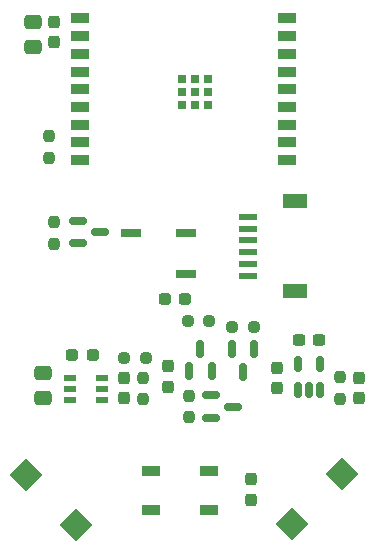
<source format=gbr>
%TF.GenerationSoftware,KiCad,Pcbnew,8.0.2*%
%TF.CreationDate,2024-07-05T22:45:23+08:00*%
%TF.ProjectId,controller,636f6e74-726f-46c6-9c65-722e6b696361,rev?*%
%TF.SameCoordinates,Original*%
%TF.FileFunction,Paste,Top*%
%TF.FilePolarity,Positive*%
%FSLAX46Y46*%
G04 Gerber Fmt 4.6, Leading zero omitted, Abs format (unit mm)*
G04 Created by KiCad (PCBNEW 8.0.2) date 2024-07-05 22:45:23*
%MOMM*%
%LPD*%
G01*
G04 APERTURE LIST*
G04 Aperture macros list*
%AMRoundRect*
0 Rectangle with rounded corners*
0 $1 Rounding radius*
0 $2 $3 $4 $5 $6 $7 $8 $9 X,Y pos of 4 corners*
0 Add a 4 corners polygon primitive as box body*
4,1,4,$2,$3,$4,$5,$6,$7,$8,$9,$2,$3,0*
0 Add four circle primitives for the rounded corners*
1,1,$1+$1,$2,$3*
1,1,$1+$1,$4,$5*
1,1,$1+$1,$6,$7*
1,1,$1+$1,$8,$9*
0 Add four rect primitives between the rounded corners*
20,1,$1+$1,$2,$3,$4,$5,0*
20,1,$1+$1,$4,$5,$6,$7,0*
20,1,$1+$1,$6,$7,$8,$9,0*
20,1,$1+$1,$8,$9,$2,$3,0*%
%AMRotRect*
0 Rectangle, with rotation*
0 The origin of the aperture is its center*
0 $1 length*
0 $2 width*
0 $3 Rotation angle, in degrees counterclockwise*
0 Add horizontal line*
21,1,$1,$2,0,0,$3*%
G04 Aperture macros list end*
%ADD10R,1.500000X0.900000*%
%ADD11RoundRect,0.150000X-0.587500X-0.150000X0.587500X-0.150000X0.587500X0.150000X-0.587500X0.150000X0*%
%ADD12RoundRect,0.237500X0.237500X-0.300000X0.237500X0.300000X-0.237500X0.300000X-0.237500X-0.300000X0*%
%ADD13R,2.000000X1.200000*%
%ADD14R,1.600000X0.600000*%
%ADD15RoundRect,0.150000X0.150000X-0.512500X0.150000X0.512500X-0.150000X0.512500X-0.150000X-0.512500X0*%
%ADD16RoundRect,0.237500X0.237500X-0.250000X0.237500X0.250000X-0.237500X0.250000X-0.237500X-0.250000X0*%
%ADD17RoundRect,0.150000X-0.150000X0.587500X-0.150000X-0.587500X0.150000X-0.587500X0.150000X0.587500X0*%
%ADD18RotRect,2.000000X2.000000X45.000000*%
%ADD19RoundRect,0.237500X-0.250000X-0.237500X0.250000X-0.237500X0.250000X0.237500X-0.250000X0.237500X0*%
%ADD20RoundRect,0.237500X0.237500X-0.287500X0.237500X0.287500X-0.237500X0.287500X-0.237500X-0.287500X0*%
%ADD21RoundRect,0.250000X-0.475000X0.337500X-0.475000X-0.337500X0.475000X-0.337500X0.475000X0.337500X0*%
%ADD22RoundRect,0.237500X0.287500X0.237500X-0.287500X0.237500X-0.287500X-0.237500X0.287500X-0.237500X0*%
%ADD23RoundRect,0.237500X0.250000X0.237500X-0.250000X0.237500X-0.250000X-0.237500X0.250000X-0.237500X0*%
%ADD24RotRect,2.000000X2.000000X135.000000*%
%ADD25RoundRect,0.150000X0.150000X-0.587500X0.150000X0.587500X-0.150000X0.587500X-0.150000X-0.587500X0*%
%ADD26RoundRect,0.237500X-0.287500X-0.237500X0.287500X-0.237500X0.287500X0.237500X-0.287500X0.237500X0*%
%ADD27R,0.700000X0.700000*%
%ADD28RoundRect,0.237500X-0.237500X0.300000X-0.237500X-0.300000X0.237500X-0.300000X0.237500X0.300000X0*%
%ADD29RoundRect,0.250000X0.475000X-0.337500X0.475000X0.337500X-0.475000X0.337500X-0.475000X-0.337500X0*%
%ADD30RoundRect,0.237500X-0.237500X0.250000X-0.237500X-0.250000X0.237500X-0.250000X0.237500X0.250000X0*%
%ADD31R,1.100000X0.600000*%
%ADD32RoundRect,0.237500X-0.300000X-0.237500X0.300000X-0.237500X0.300000X0.237500X-0.300000X0.237500X0*%
%ADD33R,1.700000X0.700000*%
G04 APERTURE END LIST*
D10*
%TO.C,D3*%
X125450000Y-103950000D03*
X125450000Y-100650000D03*
X120550000Y-100650000D03*
X120550000Y-103950000D03*
%TD*%
D11*
%TO.C,Q3*%
X114420000Y-79450000D03*
X114420000Y-81350000D03*
X116295000Y-80400000D03*
%TD*%
D12*
%TO.C,C4*%
X118312500Y-94437500D03*
X118312500Y-92712500D03*
%TD*%
D13*
%TO.C,J3*%
X132800000Y-85400000D03*
X132800000Y-77800000D03*
D14*
X128800000Y-79100000D03*
X128800000Y-80100000D03*
X128800000Y-81100000D03*
X128800000Y-82100000D03*
X128800000Y-83100000D03*
X128800000Y-84100000D03*
%TD*%
D15*
%TO.C,U3*%
X133012500Y-93800000D03*
X133962500Y-93800000D03*
X134912500Y-93800000D03*
X134912500Y-91525000D03*
X133012500Y-91525000D03*
%TD*%
D16*
%TO.C,R11*%
X112400000Y-81387500D03*
X112400000Y-79562500D03*
%TD*%
D17*
%TO.C,Q2*%
X129312500Y-90325000D03*
X127412500Y-90325000D03*
X128362500Y-92200000D03*
%TD*%
D12*
%TO.C,C7*%
X131262500Y-93625000D03*
X131262500Y-91900000D03*
%TD*%
D18*
%TO.C,SW1*%
X132478680Y-105121320D03*
X136721320Y-100878680D03*
%TD*%
D16*
%TO.C,R1*%
X136612500Y-94500000D03*
X136612500Y-92675000D03*
%TD*%
D19*
%TO.C,R10*%
X123700000Y-87925000D03*
X125525000Y-87925000D03*
%TD*%
D16*
%TO.C,R3*%
X119912500Y-94537500D03*
X119912500Y-92712500D03*
%TD*%
%TO.C,R8*%
X123750000Y-96087500D03*
X123750000Y-94262500D03*
%TD*%
D20*
%TO.C,D2*%
X122012500Y-93500000D03*
X122012500Y-91750000D03*
%TD*%
D21*
%TO.C,C2*%
X110600000Y-62625000D03*
X110600000Y-64700000D03*
%TD*%
D12*
%TO.C,C1*%
X138212500Y-94450000D03*
X138212500Y-92725000D03*
%TD*%
D22*
%TO.C,D5*%
X123487500Y-86100000D03*
X121737500Y-86100000D03*
%TD*%
D23*
%TO.C,R4*%
X120125000Y-91025000D03*
X118300000Y-91025000D03*
%TD*%
D24*
%TO.C,SW5*%
X114200000Y-105200000D03*
X109957360Y-100957360D03*
%TD*%
D25*
%TO.C,D4*%
X123812500Y-92150000D03*
X125712500Y-92150000D03*
X124762500Y-90275000D03*
%TD*%
D26*
%TO.C,D1*%
X113912500Y-90775000D03*
X115662500Y-90775000D03*
%TD*%
D11*
%TO.C,Q1*%
X125675000Y-94225000D03*
X125675000Y-96125000D03*
X127550000Y-95175000D03*
%TD*%
D10*
%TO.C,U4*%
X114600000Y-62300000D03*
X114600000Y-63800000D03*
X114600000Y-65300000D03*
X114600000Y-66800000D03*
X114600000Y-68300000D03*
X114600000Y-69800000D03*
X114600000Y-71300000D03*
X114600000Y-72800000D03*
X114600000Y-74300000D03*
X132100000Y-74300000D03*
X132100000Y-72800000D03*
X132100000Y-71300000D03*
X132100000Y-69800000D03*
X132100000Y-68300000D03*
X132100000Y-66800000D03*
X132100000Y-65300000D03*
X132100000Y-63800000D03*
X132100000Y-62300000D03*
D27*
X123210000Y-67400000D03*
X123210000Y-68500000D03*
X123210000Y-69600000D03*
X124260000Y-67400000D03*
X124260000Y-68500000D03*
X124260000Y-69600000D03*
X125410000Y-67400000D03*
X125410000Y-68500000D03*
X125410000Y-69600000D03*
%TD*%
D28*
%TO.C,C11*%
X129000000Y-101337500D03*
X129000000Y-103062500D03*
%TD*%
D29*
%TO.C,C5*%
X111462500Y-94412500D03*
X111462500Y-92337500D03*
%TD*%
D30*
%TO.C,R2*%
X111900000Y-72287500D03*
X111900000Y-74112500D03*
%TD*%
D31*
%TO.C,U1*%
X113712500Y-92725000D03*
X113712500Y-93675000D03*
X113712500Y-94625000D03*
X116412500Y-94625000D03*
X116412500Y-93675000D03*
X116412500Y-92725000D03*
%TD*%
D19*
%TO.C,R9*%
X127450000Y-88400000D03*
X129275000Y-88400000D03*
%TD*%
D32*
%TO.C,C9*%
X133100000Y-89562500D03*
X134825000Y-89562500D03*
%TD*%
D33*
%TO.C,BUZZER2*%
X123500000Y-80450000D03*
X118900000Y-80450000D03*
X123500000Y-83950000D03*
%TD*%
D28*
%TO.C,C3*%
X112400000Y-62600000D03*
X112400000Y-64325000D03*
%TD*%
M02*

</source>
